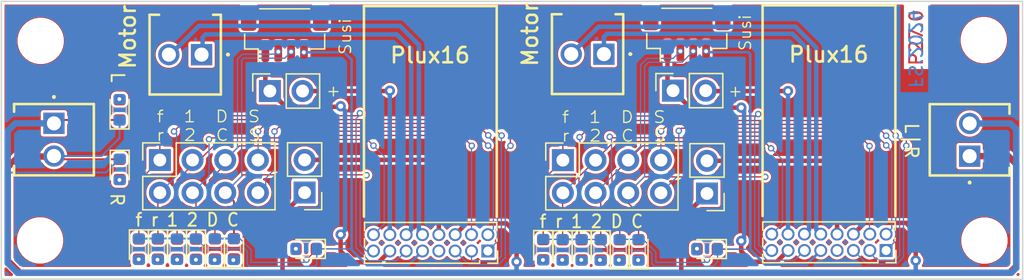
<source format=kicad_pcb>
(kicad_pcb (version 20171130) (host pcbnew "(5.1.12)-1")
  (title_block (title "RTB P24 Adapter Module") (date 2024-11-19) (rev 0) (company "Frank Schumacher") (comment 1 "Next18 testing adapter") (comment 4 "Licensed under the Apache License, Version 2"))
  (layers (0 F.Cu signal) (31 B.Cu signal) (34 B.Paste user hide) (35 F.Paste user hide) (36 B.SilkS user) (37 F.SilkS user) (38 B.Mask user hide) (39 F.Mask user hide) (44 Edge.Cuts user))
  (net 0 "")
  (net 1 "Net-(D1-Pad2)")
  (net 2 "Net-(D2-Pad2)")
  (net 3 "Net-(D3-Pad2)")
  (net 4 "Net-(D6-Pad2)")
  (net 5 "Net-(D7-Pad2)")
  (net 6 "Net-(D8-Pad2)")
  (net 7 "Net-(D9-Pad2)")
  (net 8 "Net-(D10-Pad2)")
  (net 9 "Net-(D11-Pad2)")
  (net 10 F0_r.a)
  (net 11 F0_f.a)
  (net 12 U+.a)
  (net 13 GND.a)
  (net 14 Mot-.a)
  (net 15 Mot+.a)
  (net 16 "Net-(D4-Pad2)")
  (net 17 Aux1.a)
  (net 18 "Net-(D5-Pad2)")
  (net 19 Aux2.a)
  (net 20 "Net-(D12-Pad1)")
  (net 21 "Net-(D13-Pad1)")
  (net 22 "Net-(D16-Pad1)")
  (net 23 "Net-(D17-Pad1)")
  (net 24 F0_r.b)
  (net 25 F0_f.b)
  (net 26 Aux1.b)
  (net 27 Aux2.b)
  (net 28 U+.b)
  (net 29 GND.b)
  (net 30 Mot-.b)
  (net 31 Mot+.b)
  (net 32 "Net-(D10-Pad1)")
  (net 33 "Net-(D11-Pad1)")
  (net 34 "Net-(D20-Pad2)")
  (net 35 "Net-(J2-Pad8)")
  (net 36 Dat.b)
  (net 37 Clk.b)
  (net 38 Dat.a)
  (net 39 Clk.a)
  (net 40 LSB.b)
  (net 41 LSA.b)
  (net 42 Cap+.b)
  (net 43 LSB.a)
  (net 44 LSA.a)
  (net 45 Cap+.a)
  (net 46 "Net-(J4-Pad8)")
  (module Connector_JST:JST_SH_BM04B-SRSS-TB_1x04-1MP_P1.00mm_Vertical (layer F.Cu) (at 103.53 78.03)
    (fp_text reference J14 hide)
    (fp_text value Conn_01x04)
    (pad MP smd roundrect (at 2.8 -1.2) (size 1.2 1.8) (layers F.Cu F.Paste F.Mask) (roundrect_rratio 0.208333))
    (pad MP smd roundrect (at -2.8 -1.2) (size 1.2 1.8) (layers F.Cu F.Paste F.Mask) (roundrect_rratio 0.208333))
    (pad 4 smd roundrect (at 1.5 1.325) (size 0.6 1.55) (layers F.Cu F.Paste F.Mask) (net 12 U+.a))
    (pad 3 smd roundrect (at 0.5 1.325) (size 0.6 1.55) (layers F.Cu F.Paste F.Mask) (net 39 Clk.a))
    (pad 2 smd roundrect (at -0.5 1.325) (size 0.6 1.55) (layers F.Cu F.Paste F.Mask) (net 38 Dat.a))
    (pad 1 smd roundrect (at -1.5 1.325) (size 0.6 1.55) (layers F.Cu F.Paste F.Mask) (net 13 GND.a))
  )
  (module Connector_JST:JST_SH_BM04B-SRSS-TB_1x04-1MP_P1.00mm_Vertical (layer F.Cu) (at 134.78 77.99)
    (fp_text reference J13)
    (fp_text value Conn_01x04)
    (pad MP smd roundrect (at 2.8 -1.2) (size 1.2 1.8) (layers F.Cu F.Paste F.Mask) (roundrect_rratio 0.208333))
    (pad MP smd roundrect (at -2.8 -1.2) (size 1.2 1.8) (layers F.Cu F.Paste F.Mask) (roundrect_rratio 0.208333))
    (pad 4 smd roundrect (at 1.5 1.325) (size 0.6 1.55) (layers F.Cu F.Paste F.Mask) (net 28 U+.b))
    (pad 3 smd roundrect (at 0.5 1.325) (size 0.6 1.55) (layers F.Cu F.Paste F.Mask) (net 37 Clk.b))
    (pad 2 smd roundrect (at -0.5 1.325) (size 0.6 1.55) (layers F.Cu F.Paste F.Mask) (net 36 Dat.b))
    (pad 1 smd roundrect (at -1.5 1.325) (size 0.6 1.55) (layers F.Cu F.Paste F.Mask) (net 29 GND.b))
  )
  (module Connector_PinSocket_1.27mm:PinSocket_2x08_P1.27mm_Vertical (layer F.Cu) (at 119.32 94.84 270)
    (fp_text reference J4)
    (fp_text value Conn_02x08_Counter_Clockwise)
    (pad 16 thru_hole oval (at -1.27 8.89 270) (size 1 1) (drill 0.7) (layers *.Cu *.Mask) (net 38 Dat.a))
    (pad 15 thru_hole oval (at 0 8.89 270) (size 1 1) (drill 0.7) (layers *.Cu *.Mask) (net 39 Clk.a))
    (pad 14 thru_hole oval (at -1.27 7.62 270) (size 1 1) (drill 0.7) (layers *.Cu *.Mask) (net 45 Cap+.a))
    (pad 13 thru_hole oval (at 0 7.62 270) (size 1 1) (drill 0.7) (layers *.Cu *.Mask) (net 13 GND.a))
    (pad 12 thru_hole oval (at -1.27 6.35 270) (size 1 1) (drill 0.7) (layers *.Cu *.Mask) (net 15 Mot+.a))
    (pad 11 thru_hole oval (at 0 6.35 270) (size 1 1) (drill 0.7) (layers *.Cu *.Mask) (net 11 F0_f.a))
    (pad 10 thru_hole oval (at -1.27 5.08 270) (size 1 1) (drill 0.7) (layers *.Cu *.Mask) (net 14 Mot-.a))
    (pad 9 thru_hole oval (at 0 5.08 270) (size 1 1) (drill 0.7) (layers *.Cu *.Mask) (net 12 U+.a))
    (pad 8 thru_hole oval (at -1.27 3.81 270) (size 1 1) (drill 0.7) (layers *.Cu *.Mask) (net 46 "Net-(J4-Pad8)"))
    (pad 7 thru_hole oval (at 0 3.81 270) (size 1 1) (drill 0.7) (layers *.Cu *.Mask))
    (pad 6 thru_hole oval (at -1.27 2.54 270) (size 1 1) (drill 0.7) (layers *.Cu *.Mask) (net 33 "Net-(D11-Pad1)"))
    (pad 5 thru_hole oval (at 0 2.54 270) (size 1 1) (drill 0.7) (layers *.Cu *.Mask) (net 10 F0_r.a))
    (pad 4 thru_hole oval (at -1.27 1.27 270) (size 1 1) (drill 0.7) (layers *.Cu *.Mask) (net 17 Aux1.a))
    (pad 3 thru_hole oval (at 0 1.27 270) (size 1 1) (drill 0.7) (layers *.Cu *.Mask) (net 44 LSA.a))
    (pad 2 thru_hole oval (at -1.27 0 270) (size 1 1) (drill 0.7) (layers *.Cu *.Mask) (net 19 Aux2.a))
    (pad 1 thru_hole rect (at 0 0 270) (size 1 1) (drill 0.7) (layers *.Cu *.Mask) (net 43 LSB.a))
  )
  (module Connector_PinSocket_1.27mm:PinSocket_2x08_P1.27mm_Vertical (layer F.Cu) (at 150.27 94.8 270)
    (fp_text reference J2)
    (fp_text value Conn_02x08_Counter_Clockwise)
    (pad 16 thru_hole oval (at -1.27 8.89 270) (size 1 1) (drill 0.7) (layers *.Cu *.Mask) (net 36 Dat.b))
    (pad 15 thru_hole oval (at 0 8.89 270) (size 1 1) (drill 0.7) (layers *.Cu *.Mask) (net 37 Clk.b))
    (pad 14 thru_hole oval (at -1.27 7.62 270) (size 1 1) (drill 0.7) (layers *.Cu *.Mask) (net 42 Cap+.b))
    (pad 13 thru_hole oval (at 0 7.62 270) (size 1 1) (drill 0.7) (layers *.Cu *.Mask) (net 29 GND.b))
    (pad 12 thru_hole oval (at -1.27 6.35 270) (size 1 1) (drill 0.7) (layers *.Cu *.Mask) (net 31 Mot+.b))
    (pad 11 thru_hole oval (at 0 6.35 270) (size 1 1) (drill 0.7) (layers *.Cu *.Mask) (net 25 F0_f.b))
    (pad 10 thru_hole oval (at -1.27 5.08 270) (size 1 1) (drill 0.7) (layers *.Cu *.Mask) (net 30 Mot-.b))
    (pad 9 thru_hole oval (at 0 5.08 270) (size 1 1) (drill 0.7) (layers *.Cu *.Mask) (net 28 U+.b))
    (pad 8 thru_hole oval (at -1.27 3.81 270) (size 1 1) (drill 0.7) (layers *.Cu *.Mask) (net 35 "Net-(J2-Pad8)"))
    (pad 7 thru_hole oval (at 0 3.81 270) (size 1 1) (drill 0.7) (layers *.Cu *.Mask))
    (pad 6 thru_hole oval (at -1.27 2.54 270) (size 1 1) (drill 0.7) (layers *.Cu *.Mask) (net 33 "Net-(D11-Pad1)"))
    (pad 5 thru_hole oval (at 0 2.54 270) (size 1 1) (drill 0.7) (layers *.Cu *.Mask) (net 24 F0_r.b))
    (pad 4 thru_hole oval (at -1.27 1.27 270) (size 1 1) (drill 0.7) (layers *.Cu *.Mask) (net 26 Aux1.b))
    (pad 3 thru_hole oval (at 0 1.27 270) (size 1 1) (drill 0.7) (layers *.Cu *.Mask) (net 41 LSA.b))
    (pad 2 thru_hole oval (at -1.27 0 270) (size 1 1) (drill 0.7) (layers *.Cu *.Mask) (net 27 Aux2.b))
    (pad 1 thru_hole rect (at 0 0 270) (size 1 1) (drill 0.7) (layers *.Cu *.Mask) (net 40 LSB.b))
  )
  (module Resistor_SMD:R_0603_1608Metric (layer B.Cu) (at 105.2 94.68)
    (fp_text reference R20 hide)
    (fp_text value 10k)
    (pad 2 smd roundrect (at 0.825 0) (size 0.8 0.95) (layers B.Cu B.Paste B.Mask) (net 12 U+.a))
    (pad 1 smd roundrect (at -0.825 0) (size 0.8 0.95) (layers B.Cu B.Paste B.Mask) (net 34 "Net-(D20-Pad2)"))
  )
  (module LED_SMD:LED_0603_1608Metric (layer F.Cu) (at 105.2 94.68 180)
    (fp_text reference D20)
    (fp_text value LED_Small_ALT)
    (pad 2 smd roundrect (at 0.7875 0 180) (size 0.875 0.95) (layers F.Cu F.Paste F.Mask) (net 34 "Net-(D20-Pad2)"))
    (pad 1 smd roundrect (at -0.7875 0 180) (size 0.875 0.95) (layers F.Cu F.Paste F.Mask) (net 13 GND.a))
  )
  (module Resistor_SMD:R_0603_1608Metric (layer B.Cu) (at 136.346 94.706)
    (fp_text reference R19 hide)
    (fp_text value 10k)
    (pad 2 smd roundrect (at 0.825 0) (size 0.8 0.95) (layers B.Cu B.Paste B.Mask) (net 28 U+.b))
    (pad 1 smd roundrect (at -0.825 0) (size 0.8 0.95) (layers B.Cu B.Paste B.Mask) (net 1 "Net-(D1-Pad2)"))
  )
  (module LED_SMD:LED_0603_1608Metric (layer F.Cu) (at 136.366 94.686 180)
    (fp_text reference D1 hide)
    (fp_text value LED_Small_ALT)
    (pad 2 smd roundrect (at 0.7875 0 180) (size 0.875 0.95) (layers F.Cu F.Paste F.Mask) (net 1 "Net-(D1-Pad2)"))
    (pad 1 smd roundrect (at -0.7875 0 180) (size 0.875 0.95) (layers F.Cu F.Paste F.Mask) (net 29 GND.b))
  )
  (module Resistor_SMD:R_0603_1608Metric (layer B.Cu) (at 99.58 94.71 90)
    (fp_text reference R16 hide)
    (fp_text value 2.2k)
    (pad 2 smd roundrect (at 0.825 0 90) (size 0.8 0.95) (layers B.Cu B.Paste B.Mask) (net 13 GND.a))
    (pad 1 smd roundrect (at -0.825 0 90) (size 0.8 0.95) (layers B.Cu B.Paste B.Mask) (net 23 "Net-(D17-Pad1)"))
  )
  (module Resistor_SMD:R_0603_1608Metric (layer B.Cu) (at 98.1 94.7 90)
    (fp_text reference R15 hide)
    (fp_text value 2.2k)
    (pad 2 smd roundrect (at 0.825 0 90) (size 0.8 0.95) (layers B.Cu B.Paste B.Mask) (net 13 GND.a))
    (pad 1 smd roundrect (at -0.825 0 90) (size 0.8 0.95) (layers B.Cu B.Paste B.Mask) (net 22 "Net-(D16-Pad1)"))
  )
  (module Resistor_SMD:R_0603_1608Metric (layer B.Cu) (at 96.63 94.69 90)
    (fp_text reference R6 hide)
    (fp_text value 10k)
    (pad 2 smd roundrect (at 0.825 0 90) (size 0.8 0.95) (layers B.Cu B.Paste B.Mask) (net 12 U+.a))
    (pad 1 smd roundrect (at -0.825 0 90) (size 0.8 0.95) (layers B.Cu B.Paste B.Mask) (net 5 "Net-(D7-Pad2)"))
  )
  (module Resistor_SMD:R_0603_1608Metric (layer B.Cu) (at 95.15 94.7 90)
    (fp_text reference R5 hide)
    (fp_text value 10k)
    (pad 2 smd roundrect (at 0.825 0 90) (size 0.8 0.95) (layers B.Cu B.Paste B.Mask) (net 12 U+.a))
    (pad 1 smd roundrect (at -0.825 0 90) (size 0.8 0.95) (layers B.Cu B.Paste B.Mask) (net 4 "Net-(D6-Pad2)"))
  )
  (module Connector_PinSocket_2.54mm:PinSocket_1x02_P2.54mm_Vertical (layer F.Cu) (at 102.38 82.41 90)
    (fp_text reference J7 hide)
    (fp_text value Conn_01x03_Male)
    (pad 2 thru_hole oval (at 0 2.54 90) (size 1.7 1.7) (drill 1) (layers *.Cu *.Mask) (net 45 Cap+.a))
    (pad 1 thru_hole rect (at 0 0 90) (size 1.7 1.7) (drill 1) (layers *.Cu *.Mask) (net 13 GND.a))
  )
  (module Connector_PinSocket_2.54mm:PinSocket_2x04_P2.54mm_Vertical (layer F.Cu) (at 93.83 87.77 90)
    (fp_text reference J6 hide)
    (fp_text value Conn_01x08)
    (pad 8 thru_hole oval (at -2.54 7.62 90) (size 1.7 1.7) (drill 1) (layers *.Cu *.Mask) (net 43 LSB.a))
    (pad 7 thru_hole oval (at 0 7.62 90) (size 1.7 1.7) (drill 1) (layers *.Cu *.Mask) (net 44 LSA.a))
    (pad 6 thru_hole oval (at -2.54 5.08 90) (size 1.7 1.7) (drill 1) (layers *.Cu *.Mask) (net 39 Clk.a))
    (pad 5 thru_hole oval (at 0 5.08 90) (size 1.7 1.7) (drill 1) (layers *.Cu *.Mask) (net 38 Dat.a))
    (pad 4 thru_hole oval (at -2.54 2.54 90) (size 1.7 1.7) (drill 1) (layers *.Cu *.Mask) (net 19 Aux2.a))
    (pad 3 thru_hole oval (at 0 2.54 90) (size 1.7 1.7) (drill 1) (layers *.Cu *.Mask) (net 17 Aux1.a))
    (pad 2 thru_hole oval (at -2.54 0 90) (size 1.7 1.7) (drill 1) (layers *.Cu *.Mask) (net 10 F0_r.a))
    (pad 1 thru_hole rect (at 0 0 90) (size 1.7 1.7) (drill 1) (layers *.Cu *.Mask) (net 11 F0_f.a))
  )
  (module LED_SMD:LED_0603_1608Metric (layer F.Cu) (at 99.59 94.67 90)
    (fp_text reference D17 hide)
    (fp_text value LED_Small_ALT)
    (pad 2 smd roundrect (at 0.7875 0 90) (size 0.875 0.95) (layers F.Cu F.Paste F.Mask) (net 39 Clk.a))
    (pad 1 smd roundrect (at -0.7875 0 90) (size 0.875 0.95) (layers F.Cu F.Paste F.Mask) (net 23 "Net-(D17-Pad1)"))
  )
  (module LED_SMD:LED_0603_1608Metric (layer F.Cu) (at 98.11 94.68 90)
    (fp_text reference D16 hide)
    (fp_text value LED_Small_ALT)
    (pad 2 smd roundrect (at 0.7875 0 90) (size 0.875 0.95) (layers F.Cu F.Paste F.Mask) (net 38 Dat.a))
    (pad 1 smd roundrect (at -0.7875 0 90) (size 0.875 0.95) (layers F.Cu F.Paste F.Mask) (net 22 "Net-(D16-Pad1)"))
  )
  (module LED_SMD:LED_0603_1608Metric (layer F.Cu) (at 96.64 94.7 270)
    (fp_text reference D7 hide)
    (fp_text value LED_Small_ALT)
    (pad 2 smd roundrect (at 0.7875 0 270) (size 0.875 0.95) (layers F.Cu F.Paste F.Mask) (net 5 "Net-(D7-Pad2)"))
    (pad 1 smd roundrect (at -0.7875 0 270) (size 0.875 0.95) (layers F.Cu F.Paste F.Mask) (net 19 Aux2.a))
  )
  (module LED_SMD:LED_0603_1608Metric (layer F.Cu) (at 95.17 94.7 270)
    (fp_text reference D6 hide)
    (fp_text value LED_Small_ALT)
    (pad 2 smd roundrect (at 0.7875 0 270) (size 0.875 0.95) (layers F.Cu F.Paste F.Mask) (net 4 "Net-(D6-Pad2)"))
    (pad 1 smd roundrect (at -0.7875 0 270) (size 0.875 0.95) (layers F.Cu F.Paste F.Mask) (net 17 Aux1.a))
  )
  (module Connector_PinSocket_2.54mm:PinSocket_1x02_P2.54mm_Vertical (layer F.Cu) (at 133.71 82.38 90)
    (fp_text reference J3 hide)
    (fp_text value Conn_01x03_Male)
    (pad 2 thru_hole oval (at 0 2.54 90) (size 1.7 1.7) (drill 1) (layers *.Cu *.Mask) (net 42 Cap+.b))
    (pad 1 thru_hole rect (at 0 0 90) (size 1.7 1.7) (drill 1) (layers *.Cu *.Mask) (net 29 GND.b))
  )
  (module Connector_PinSocket_2.54mm:PinSocket_2x04_P2.54mm_Vertical (layer F.Cu) (at 125.15 87.78 90)
    (fp_text reference J1 hide)
    (fp_text value Conn_01x08)
    (pad 8 thru_hole oval (at -2.54 7.62 90) (size 1.7 1.7) (drill 1) (layers *.Cu *.Mask) (net 40 LSB.b))
    (pad 7 thru_hole oval (at 0 7.62 90) (size 1.7 1.7) (drill 1) (layers *.Cu *.Mask) (net 41 LSA.b))
    (pad 6 thru_hole oval (at -2.54 5.08 90) (size 1.7 1.7) (drill 1) (layers *.Cu *.Mask) (net 37 Clk.b))
    (pad 5 thru_hole oval (at 0 5.08 90) (size 1.7 1.7) (drill 1) (layers *.Cu *.Mask) (net 36 Dat.b))
    (pad 4 thru_hole oval (at -2.54 2.54 90) (size 1.7 1.7) (drill 1) (layers *.Cu *.Mask) (net 27 Aux2.b))
    (pad 3 thru_hole oval (at 0 2.54 90) (size 1.7 1.7) (drill 1) (layers *.Cu *.Mask) (net 26 Aux1.b))
    (pad 2 thru_hole oval (at -2.54 0 90) (size 1.7 1.7) (drill 1) (layers *.Cu *.Mask) (net 24 F0_r.b))
    (pad 1 thru_hole rect (at 0 0 90) (size 1.7 1.7) (drill 1) (layers *.Cu *.Mask) (net 25 F0_f.b))
  )
  (module Connector_PinHeader_2.54mm:PinHeader_1x02_P2.54mm_Vertical (layer F.Cu) (at 136.35 90.37 180)
    (fp_text reference J8 hide)
    (fp_text value Conn_01x02)
    (pad 2 thru_hole oval (at 0 2.54 180) (size 1.7 1.7) (drill 1) (layers *.Cu *.Mask) (net 35 "Net-(J2-Pad8)"))
    (pad 1 thru_hole rect (at 0 0 180) (size 1.7 1.7) (drill 1) (layers *.Cu *.Mask) (net 32 "Net-(D10-Pad1)"))
  )
  (module RTB:1725656 (layer F.Cu) (at 97.07 79.58 180)
    (fp_text reference J12 hide)
    (fp_text value Conn_01x03_Male hide)
    (pad 2 thru_hole circle (at 2.54 0 180) (size 1.65 1.65) (drill 1.1) (layers *.Cu *.Mask) (net 14 Mot-.a))
    (pad 1 thru_hole rect (at 0 0 180) (size 1.65 1.65) (drill 1.1) (layers *.Cu *.Mask) (net 15 Mot+.a))
  )
  (module RTB:1725656 (layer F.Cu) (at 128.34 79.54 180)
    (fp_text reference J11 hide)
    (fp_text value Conn_01x03_Male hide)
    (pad 2 thru_hole circle (at 2.54 0 180) (size 1.65 1.65) (drill 1.1) (layers *.Cu *.Mask) (net 30 Mot-.b))
    (pad 1 thru_hole rect (at 0 0 180) (size 1.65 1.65) (drill 1.1) (layers *.Cu *.Mask) (net 31 Mot+.b))
  )
  (module Resistor_SMD:R_0603_1608Metric (layer B.Cu) (at 131.03 94.76 90)
    (fp_text reference R12 hide)
    (fp_text value 2.2k)
    (pad 2 smd roundrect (at 0.825 0 90) (size 0.8 0.95) (layers B.Cu B.Paste B.Mask) (net 29 GND.b))
    (pad 1 smd roundrect (at -0.825 0 90) (size 0.8 0.95) (layers B.Cu B.Paste B.Mask) (net 21 "Net-(D13-Pad1)"))
  )
  (module Resistor_SMD:R_0603_1608Metric (layer B.Cu) (at 129.56 94.77 90)
    (fp_text reference R11 hide)
    (fp_text value 2.2k)
    (pad 2 smd roundrect (at 0.825 0 90) (size 0.8 0.95) (layers B.Cu B.Paste B.Mask) (net 29 GND.b))
    (pad 1 smd roundrect (at -0.825 0 90) (size 0.8 0.95) (layers B.Cu B.Paste B.Mask) (net 20 "Net-(D12-Pad1)"))
  )
  (module Resistor_SMD:R_0603_1608Metric (layer B.Cu) (at 128.09 94.77 90)
    (fp_text reference R4 hide)
    (fp_text value 10k)
    (pad 2 smd roundrect (at 0.825 0 90) (size 0.8 0.95) (layers B.Cu B.Paste B.Mask) (net 28 U+.b))
    (pad 1 smd roundrect (at -0.825 0 90) (size 0.8 0.95) (layers B.Cu B.Paste B.Mask) (net 18 "Net-(D5-Pad2)"))
  )
  (module Resistor_SMD:R_0603_1608Metric (layer B.Cu) (at 126.61 94.76 90)
    (fp_text reference R3 hide)
    (fp_text value 10k)
    (pad 2 smd roundrect (at 0.825 0 90) (size 0.8 0.95) (layers B.Cu B.Paste B.Mask) (net 28 U+.b))
    (pad 1 smd roundrect (at -0.825 0 90) (size 0.8 0.95) (layers B.Cu B.Paste B.Mask) (net 16 "Net-(D4-Pad2)"))
  )
  (module LED_SMD:LED_0603_1608Metric (layer F.Cu) (at 131.03 94.75 90)
    (fp_text reference D13 hide)
    (fp_text value LED_Small_ALT)
    (pad 2 smd roundrect (at 0.7875 0 90) (size 0.875 0.95) (layers F.Cu F.Paste F.Mask) (net 37 Clk.b))
    (pad 1 smd roundrect (at -0.7875 0 90) (size 0.875 0.95) (layers F.Cu F.Paste F.Mask) (net 21 "Net-(D13-Pad1)"))
  )
  (module LED_SMD:LED_0603_1608Metric (layer F.Cu) (at 129.57 94.75 90)
    (fp_text reference D12 hide)
    (fp_text value LED_Small_ALT)
    (pad 2 smd roundrect (at 0.7875 0 90) (size 0.875 0.95) (layers F.Cu F.Paste F.Mask) (net 36 Dat.b))
    (pad 1 smd roundrect (at -0.7875 0 90) (size 0.875 0.95) (layers F.Cu F.Paste F.Mask) (net 20 "Net-(D12-Pad1)"))
  )
  (module LED_SMD:LED_0603_1608Metric (layer F.Cu) (at 128.09 94.75 270)
    (fp_text reference D5 hide)
    (fp_text value LED_Small_ALT)
    (pad 2 smd roundrect (at 0.7875 0 270) (size 0.875 0.95) (layers F.Cu F.Paste F.Mask) (net 18 "Net-(D5-Pad2)"))
    (pad 1 smd roundrect (at -0.7875 0 270) (size 0.875 0.95) (layers F.Cu F.Paste F.Mask) (net 27 Aux2.b))
  )
  (module LED_SMD:LED_0603_1608Metric (layer F.Cu) (at 126.61 94.75 270)
    (fp_text reference D4 hide)
    (fp_text value LED_Small_ALT)
    (pad 2 smd roundrect (at 0.7875 0 270) (size 0.875 0.95) (layers F.Cu F.Paste F.Mask) (net 16 "Net-(D4-Pad2)"))
    (pad 1 smd roundrect (at -0.7875 0 270) (size 0.875 0.95) (layers F.Cu F.Paste F.Mask) (net 26 Aux1.b))
  )
  (module Resistor_SMD:R_0603_1608Metric (layer B.Cu) (at 90.7 83.87 270)
    (fp_text reference R10 hide)
    (fp_text value 10k)
    (pad 2 smd roundrect (at 0.825 0 270) (size 0.8 0.95) (layers B.Cu B.Paste B.Mask) (net 32 "Net-(D10-Pad1)"))
    (pad 1 smd roundrect (at -0.825 0 270) (size 0.8 0.95) (layers B.Cu B.Paste B.Mask) (net 9 "Net-(D11-Pad2)"))
  )
  (module Resistor_SMD:R_0603_1608Metric (layer B.Cu) (at 90.71 88.5 90)
    (fp_text reference R9 hide)
    (fp_text value 10k)
    (pad 2 smd roundrect (at 0.825 0 90) (size 0.8 0.95) (layers B.Cu B.Paste B.Mask) (net 33 "Net-(D11-Pad1)"))
    (pad 1 smd roundrect (at -0.825 0 90) (size 0.8 0.95) (layers B.Cu B.Paste B.Mask) (net 8 "Net-(D10-Pad2)"))
  )
  (module LED_SMD:LED_0603_1608Metric (layer F.Cu) (at 90.7 83.87 90)
    (fp_text reference D11 hide)
    (fp_text value LED_Small_ALT)
    (pad 2 smd roundrect (at 0.7875 0 90) (size 0.875 0.95) (layers F.Cu F.Paste F.Mask) (net 9 "Net-(D11-Pad2)"))
    (pad 1 smd roundrect (at -0.7875 0 90) (size 0.875 0.95) (layers F.Cu F.Paste F.Mask) (net 33 "Net-(D11-Pad1)"))
  )
  (module LED_SMD:LED_0603_1608Metric (layer F.Cu) (at 90.71 88.5 270)
    (fp_text reference D10 hide)
    (fp_text value LED_Small_ALT)
    (pad 2 smd roundrect (at 0.7875 0 270) (size 0.875 0.95) (layers F.Cu F.Paste F.Mask) (net 8 "Net-(D10-Pad2)"))
    (pad 1 smd roundrect (at -0.7875 0 270) (size 0.875 0.95) (layers F.Cu F.Paste F.Mask) (net 32 "Net-(D10-Pad1)"))
  )
  (module Resistor_SMD:R_0603_1608Metric (layer B.Cu) (at 92.2 94.7 90)
    (fp_text reference R8 hide)
    (fp_text value 10k)
    (pad 2 smd roundrect (at 0.825 0 90) (size 0.8 0.95) (layers B.Cu B.Paste B.Mask) (net 12 U+.a))
    (pad 1 smd roundrect (at -0.825 0 90) (size 0.8 0.95) (layers B.Cu B.Paste B.Mask) (net 7 "Net-(D9-Pad2)"))
  )
  (module Resistor_SMD:R_0603_1608Metric (layer B.Cu) (at 93.67 94.69 90)
    (fp_text reference R7 hide)
    (fp_text value 10k)
    (pad 2 smd roundrect (at 0.825 0 90) (size 0.8 0.95) (layers B.Cu B.Paste B.Mask) (net 12 U+.a))
    (pad 1 smd roundrect (at -0.825 0 90) (size 0.8 0.95) (layers B.Cu B.Paste B.Mask) (net 6 "Net-(D8-Pad2)"))
  )
  (module Resistor_SMD:R_0603_1608Metric (layer B.Cu) (at 123.62 94.74 90)
    (fp_text reference R2 hide)
    (fp_text value 10k)
    (pad 2 smd roundrect (at 0.825 0 90) (size 0.8 0.95) (layers B.Cu B.Paste B.Mask) (net 28 U+.b))
    (pad 1 smd roundrect (at -0.825 0 90) (size 0.8 0.95) (layers B.Cu B.Paste B.Mask) (net 3 "Net-(D3-Pad2)"))
  )
  (module Resistor_SMD:R_0603_1608Metric (layer B.Cu) (at 125.13 94.76 90)
    (fp_text reference R1 hide)
    (fp_text value 10k)
    (pad 2 smd roundrect (at 0.825 0 90) (size 0.8 0.95) (layers B.Cu B.Paste B.Mask) (net 28 U+.b))
    (pad 1 smd roundrect (at -0.825 0 90) (size 0.8 0.95) (layers B.Cu B.Paste B.Mask) (net 2 "Net-(D2-Pad2)"))
  )
  (module Connector_PinHeader_2.54mm:PinHeader_1x02_P2.54mm_Vertical (layer F.Cu) (at 105.08 90.3 180)
    (fp_text reference J5 hide)
    (fp_text value Conn_01x02)
    (pad 2 thru_hole oval (at 0 2.54 180) (size 1.7 1.7) (drill 1) (layers *.Cu *.Mask) (net 46 "Net-(J4-Pad8)"))
    (pad 1 thru_hole rect (at 0 0 180) (size 1.7 1.7) (drill 1) (layers *.Cu *.Mask) (net 32 "Net-(D10-Pad1)"))
  )
  (module LED_SMD:LED_0603_1608Metric (layer F.Cu) (at 92.2 94.69 270)
    (fp_text reference D9 hide)
    (fp_text value LED_Small_ALT)
    (pad 2 smd roundrect (at 0.7875 0 270) (size 0.875 0.95) (layers F.Cu F.Paste F.Mask) (net 7 "Net-(D9-Pad2)"))
    (pad 1 smd roundrect (at -0.7875 0 270) (size 0.875 0.95) (layers F.Cu F.Paste F.Mask) (net 11 F0_f.a))
  )
  (module LED_SMD:LED_0603_1608Metric (layer F.Cu) (at 93.68 94.69 270)
    (fp_text reference D8 hide)
    (fp_text value LED_Small_ALT)
    (pad 2 smd roundrect (at 0.7875 0 270) (size 0.875 0.95) (layers F.Cu F.Paste F.Mask) (net 6 "Net-(D8-Pad2)"))
    (pad 1 smd roundrect (at -0.7875 0 270) (size 0.875 0.95) (layers F.Cu F.Paste F.Mask) (net 10 F0_r.a))
  )
  (module LED_SMD:LED_0603_1608Metric (layer F.Cu) (at 123.62 94.74 270)
    (fp_text reference D3 hide)
    (fp_text value LED_Small_ALT)
    (pad 2 smd roundrect (at 0.7875 0 270) (size 0.875 0.95) (layers F.Cu F.Paste F.Mask) (net 3 "Net-(D3-Pad2)"))
    (pad 1 smd roundrect (at -0.7875 0 270) (size 0.875 0.95) (layers F.Cu F.Paste F.Mask) (net 25 F0_f.b))
  )
  (module LED_SMD:LED_0603_1608Metric (layer F.Cu) (at 125.13 94.75 270)
    (fp_text reference D2 hide)
    (fp_text value LED_Small_ALT)
    (pad 2 smd roundrect (at 0.7875 0 270) (size 0.875 0.95) (layers F.Cu F.Paste F.Mask) (net 2 "Net-(D2-Pad2)"))
    (pad 1 smd roundrect (at -0.7875 0 270) (size 0.875 0.95) (layers F.Cu F.Paste F.Mask) (net 24 F0_r.b))
  )
  (module RTB:1725656 (layer F.Cu) (at 85.6 84.92 270)
    (fp_text reference J10 hide)
    (fp_text value DCC hide)
    (pad 2 thru_hole circle (at 2.54 0 270) (size 1.65 1.65) (drill 1.1) (layers *.Cu *.Mask) (net 32 "Net-(D10-Pad1)"))
    (pad 1 thru_hole rect (at 0 0 270) (size 1.65 1.65) (drill 1.1) (layers *.Cu *.Mask) (net 33 "Net-(D11-Pad1)"))
  )
  (module RTB:1725656 (layer F.Cu) (at 156.76 87.47 90)
    (fp_text reference J9 hide)
    (fp_text value DCC hide)
    (pad 2 thru_hole circle (at 2.54 0 90) (size 1.65 1.65) (drill 1.1) (layers *.Cu *.Mask) (net 33 "Net-(D11-Pad1)"))
    (pad 1 thru_hole rect (at 0 0 90) (size 1.65 1.65) (drill 1.1) (layers *.Cu *.Mask) (net 32 "Net-(D10-Pad1)"))
  )
  (module MountingHole:MountingHole_3.2mm_M3_DIN965 (layer F.Cu) (at 84.5693 78.5114)
    (fp_text reference H1 hide)
    (fp_text value MountingHole)
    (pad 1 np_thru_hole circle (at 0 0) (size 3.2 3.2) (drill 3.2) (layers *.Cu *.Mask))
  )
  (module MountingHole:MountingHole_3.2mm_M3_DIN965 (layer F.Cu) (at 157.861 78.4479)
    (fp_text reference H3 hide)
    (fp_text value MountingHole)
    (pad 1 np_thru_hole circle (at 0 0) (size 3.2 3.2) (drill 3.2) (layers *.Cu *.Mask))
  )
  (module MountingHole:MountingHole_3.2mm_M3_DIN965 (layer F.Cu) (at 157.9118 94.0308)
    (fp_text reference H4 hide)
    (fp_text value MountingHole)
    (pad 1 np_thru_hole circle (at 0 0) (size 3.2 3.2) (drill 3.2) (layers *.Cu *.Mask))
  )
  (module MountingHole:MountingHole_3.2mm_M3_DIN965 (layer F.Cu) (at 84.5185 94.0181)
    (fp_text reference H2 hide)
    (fp_text value MountingHole)
    (pad 1 np_thru_hole circle (at 0 0) (size 3.2 3.2) (drill 3.2) (layers *.Cu *.Mask))
  )
  (gr_text Susi (at 139.32 77.87 90) (layer F.SilkS) (effects (font (size 0.9 0.9) (thickness 0.1))))
  (gr_text Susi (at 108.24 78.17 90) (layer F.SilkS) (effects (font (size 0.9 0.9) (thickness 0.1))))
  (gr_text Plux16 (at 145.81 79.57) (layer F.SilkS) (effects (font (size 1.2 1.2) (thickness 0.2))))
  (gr_line (start 140.67 92.12) (end 140.67 75.75) (layer F.SilkS) (width 0.2))
  (gr_line (start 140.67 75.75) (end 150.99 75.75) (layer F.SilkS) (width 0.2))
  (gr_line (start 150.99 75.75) (end 150.99 92.13) (layer F.SilkS) (width 0.2))
  (gr_text Plux16 (at 114.83 79.63) (layer F.SilkS) (effects (font (size 1.2 1.2) (thickness 0.2))))
  (gr_line (start 120.01 75.81) (end 120.01 92.17) (layer F.SilkS) (width 0.2))
  (gr_line (start 109.69 75.81) (end 120.01 75.81) (layer F.SilkS) (width 0.2))
  (gr_line (start 109.69 92.17) (end 109.69 75.81) (layer F.SilkS) (width 0.2))
  (gr_text "f r 1 2 D C" (at 95.95 92.42) (layer F.SilkS) (effects (font (size 1 0.9))))
  (gr_text "f  1  D  S\nr  2  C  S" (at 97.6 85.11) (layer F.SilkS) (effects (font (size 0.9 1) (thickness 0.1))))
  (gr_text + (at 107.25 82.45 90) (layer F.SilkS) (effects (font (size 0.9 0.9) (thickness 0.1))))
  (gr_text Motor (at 91.34 78.2 90) (layer F.SilkS) (effects (font (size 1.2 1.2) (thickness 0.2))))
  (gr_text + (at 138.56 82.4) (layer F.SilkS) (effects (font (size 0.9 0.9) (thickness 0.1))))
  (gr_text "f  1  D  S\nr  2  C  S" (at 129.1 85.16) (layer F.SilkS) (effects (font (size 0.9 1) (thickness 0.1))))
  (gr_text "f r 1 2 D C" (at 127.36 92.54) (layer F.SilkS) (effects (font (size 1 0.9))))
  (gr_text R (at 90.51 90.84 -90) (layer F.SilkS) (effects (font (size 1 1))))
  (gr_text L (at 90.54 81.34 -90) (layer F.SilkS) (effects (font (size 1 1))))
  (gr_text Motor (at 122.6 78 90) (layer F.SilkS) (effects (font (size 1.2 1.2) (thickness 0.2))))
  (gr_text L|R (at 152.25 86.27 -90) (layer F.SilkS) (effects (font (size 1 1))))
  (gr_text P27.0 (at 152.61 78.26 90) (layer F.Cu) (effects (font (size 1 1))))
  (gr_text FS'2024 (at 152.53 79.12 270) (layer B.Cu) (effects (font (size 1 1)) (justify mirror)))
  (gr_line (start 160.8709 75.438) (end 160.8836 97.028) (layer Edge.Cuts) (width 0.1))
  (gr_line (start 81.5086 75.438) (end 160.8709 75.438) (layer Edge.Cuts) (width 0.1))
  (gr_line (start 81.5086 97.028) (end 81.5086 75.438) (layer Edge.Cuts) (width 0.1))
  (gr_line (start 160.8836 97.028) (end 81.5086 97.028) (layer Edge.Cuts) (width 0.1))
  (via (at 135.57 94.66) (size 0.5) (drill 0.3) (layers F.Cu B.Cu) (net 1))
  (via (at 125.1 95.53) (size 0.6) (drill 0.3) (layers F.Cu B.Cu) (net 2))
  (via (at 123.6 95.54) (size 0.6) (drill 0.3) (layers F.Cu B.Cu) (net 3))
  (via (at 95.17 95.52) (size 0.5) (drill 0.3) (layers F.Cu B.Cu) (net 4))
  (via (at 96.63 95.52) (size 0.5) (drill 0.3) (layers F.Cu B.Cu) (net 5))
  (via (at 93.64 95.52) (size 0.6) (drill 0.3) (layers F.Cu B.Cu) (net 6))
  (via (at 92.19 95.49) (size 0.6) (drill 0.3) (layers F.Cu B.Cu) (net 7))
  (via (at 90.69 89.32) (size 0.6) (drill 0.3) (layers F.Cu B.Cu) (net 8))
  (via (at 90.68 83.04) (size 0.6) (drill 0.3) (layers F.Cu B.Cu) (net 9))
  (segment (start 93.68 90.46) (end 93.83 90.31) (width 0.1) (layer F.Cu) (net 10))
  (segment (start 93.68 93.9025) (end 93.68 90.46) (width 0.1) (layer F.Cu) (net 10))
  (via (at 94.930001 85.549999) (size 0.5) (drill 0.3) (layers F.Cu B.Cu) (net 10))
  (segment (start 120.670021 87.069979) (end 121.08 86.66) (width 0.1) (layer B.Cu) (net 10))
  (segment (start 120.670021 95.364259) (end 120.670021 87.069979) (width 0.1) (layer B.Cu) (net 10))
  (segment (start 120.14427 95.89001) (end 120.670021 95.364259) (width 0.1) (layer B.Cu) (net 10))
  (segment (start 117.830011 95.890011) (end 120.14427 95.89001) (width 0.1) (layer B.Cu) (net 10))
  (segment (start 116.78 94.84) (end 117.830011 95.890011) (width 0.1) (layer B.Cu) (net 10))
  (segment (start 121.08 86.66) (end 121.08 86.66) (width 0.1) (layer B.Cu) (net 10))
  (via (at 121.08 86.66) (size 0.5) (drill 0.3) (layers F.Cu B.Cu) (net 10))
  (segment (start 95.13 85.749998) (end 94.930001 85.549999) (width 0.1) (layer B.Cu) (net 10))
  (segment (start 95.13 89.01) (end 95.13 85.749998) (width 0.1) (layer B.Cu) (net 10))
  (segment (start 93.83 90.31) (end 95.13 89.01) (width 0.1) (layer B.Cu) (net 10))
  (segment (start 95.839989 84.630011) (end 94.93 85.54) (width 0.1) (layer F.Cu) (net 10))
  (segment (start 109.304246 84.630011) (end 95.839989 84.630011) (width 0.1) (layer F.Cu) (net 10))
  (segment (start 109.304279 84.629978) (end 109.304246 84.630011) (width 0.1) (layer F.Cu) (net 10))
  (segment (start 119.874978 84.629978) (end 109.304279 84.629978) (width 0.1) (layer F.Cu) (net 10))
  (segment (start 121.07 85.825) (end 119.874978 84.629978) (width 0.1) (layer F.Cu) (net 10))
  (segment (start 121.07 86.65) (end 121.07 85.825) (width 0.1) (layer F.Cu) (net 10))
  (segment (start 121.08 86.66) (end 121.07 86.65) (width 0.1) (layer F.Cu) (net 10))
  (segment (start 92.2 89.4) (end 93.83 87.77) (width 0.1) (layer F.Cu) (net 11))
  (segment (start 92.2 93.9025) (end 92.2 89.4) (width 0.1) (layer F.Cu) (net 11))
  (segment (start 109.379989 84.260011) (end 109.38 84.26) (width 0.1) (layer B.Cu) (net 11))
  (via (at 109.38 84.129978) (size 0.5) (drill 0.3) (layers F.Cu B.Cu) (net 11))
  (segment (start 109.379989 84.129989) (end 109.38 84.129978) (width 0.1) (layer B.Cu) (net 11))
  (segment (start 109.379989 84.260011) (end 109.379989 84.129989) (width 0.1) (layer B.Cu) (net 11))
  (segment (start 109.08 84.56) (end 109.379989 84.260011) (width 0.1) (layer B.Cu) (net 11))
  (segment (start 110.069999 95.590001) (end 109.08 94.600002) (width 0.1) (layer B.Cu) (net 11))
  (segment (start 109.08 94.600002) (end 109.08 84.56) (width 0.1) (layer B.Cu) (net 11))
  (segment (start 112.219999 95.590001) (end 110.069999 95.590001) (width 0.1) (layer B.Cu) (net 11))
  (segment (start 112.97 94.84) (end 112.219999 95.590001) (width 0.1) (layer B.Cu) (net 11))
  (segment (start 93.83 85.87) (end 93.83 87.77) (width 0.1) (layer F.Cu) (net 11))
  (segment (start 95.37 84.33) (end 93.83 85.87) (width 0.1) (layer F.Cu) (net 11))
  (segment (start 109.179978 84.33) (end 95.37 84.33) (width 0.1) (layer F.Cu) (net 11))
  (segment (start 109.38 84.129978) (end 109.179978 84.33) (width 0.1) (layer F.Cu) (net 11))
  (via (at 105.02 79.4) (size 0.5) (drill 0.3) (layers F.Cu B.Cu) (net 12))
  (segment (start 93.66 93.875) (end 93.67 93.865) (width 0.15) (layer B.Cu) (net 12))
  (segment (start 92.2 93.875) (end 93.66 93.875) (width 0.15) (layer B.Cu) (net 12))
  (segment (start 95.14 93.865) (end 95.15 93.875) (width 0.15) (layer B.Cu) (net 12))
  (segment (start 93.67 93.865) (end 95.14 93.865) (width 0.15) (layer B.Cu) (net 12))
  (segment (start 96.62 93.875) (end 96.63 93.865) (width 0.15) (layer B.Cu) (net 12))
  (segment (start 95.15 93.875) (end 96.62 93.875) (width 0.15) (layer B.Cu) (net 12))
  (segment (start 108.73 79.97) (end 108.16 79.4) (width 0.2) (layer B.Cu) (net 12))
  (segment (start 109.925021 95.940011) (end 108.73 94.74499) (width 0.2) (layer B.Cu) (net 12))
  (segment (start 113.139989 95.940011) (end 109.925021 95.940011) (width 0.2) (layer B.Cu) (net 12))
  (segment (start 114.24 94.84) (end 113.139989 95.940011) (width 0.2) (layer B.Cu) (net 12))
  (segment (start 108.16 79.4) (end 105.09 79.4) (width 0.2) (layer B.Cu) (net 12))
  (segment (start 108.67 94.68) (end 108.73 94.62) (width 0.1) (layer B.Cu) (net 12))
  (segment (start 106.025 94.68) (end 108.67 94.68) (width 0.1) (layer B.Cu) (net 12))
  (segment (start 108.73 94.62) (end 108.73 79.97) (width 0.2) (layer B.Cu) (net 12))
  (segment (start 108.73 94.74499) (end 108.73 94.62) (width 0.2) (layer B.Cu) (net 12))
  (segment (start 106.025 95.875) (end 106.025 94.68) (width 0.1) (layer B.Cu) (net 12))
  (segment (start 105.87202 96.02798) (end 106.025 95.875) (width 0.1) (layer B.Cu) (net 12))
  (segment (start 100.77798 96.02798) (end 105.87202 96.02798) (width 0.1) (layer B.Cu) (net 12))
  (segment (start 100.62 95.87) (end 100.77798 96.02798) (width 0.1) (layer B.Cu) (net 12))
  (segment (start 100.4 94.65) (end 100.62 94.87) (width 0.1) (layer B.Cu) (net 12))
  (segment (start 100.62 94.87) (end 100.62 95.87) (width 0.1) (layer B.Cu) (net 12))
  (segment (start 97.415 94.65) (end 100.4 94.65) (width 0.1) (layer B.Cu) (net 12))
  (segment (start 96.63 93.865) (end 97.415 94.65) (width 0.1) (layer B.Cu) (net 12))
  (segment (start 99.57 93.875) (end 99.58 93.885) (width 0.15) (layer B.Cu) (net 13))
  (segment (start 98.1 93.875) (end 99.57 93.875) (width 0.15) (layer B.Cu) (net 13))
  (segment (start 102.03 82.06) (end 102.38 82.41) (width 0.35) (layer F.Cu) (net 13))
  (segment (start 102.03 79.355) (end 102.03 82.06) (width 0.35) (layer F.Cu) (net 13))
  (segment (start 105.01203 95.72797) (end 105.22 95.52) (width 0.1) (layer B.Cu) (net 13))
  (segment (start 100.92001 95.72797) (end 105.01203 95.72797) (width 0.1) (layer B.Cu) (net 13))
  (segment (start 100.92001 94.745732) (end 100.92001 95.72797) (width 0.1) (layer B.Cu) (net 13))
  (segment (start 100.059278 93.885) (end 100.92001 94.745732) (width 0.1) (layer B.Cu) (net 13))
  (segment (start 99.58 93.885) (end 100.059278 93.885) (width 0.1) (layer B.Cu) (net 13))
  (via (at 105.22 95.52) (size 0.5) (drill 0.3) (layers F.Cu B.Cu) (net 13))
  (segment (start 105.9875 94.7525) (end 105.22 95.52) (width 0.1) (layer F.Cu) (net 13))
  (segment (start 105.9875 94.68) (end 105.9875 94.7525) (width 0.1) (layer F.Cu) (net 13))
  (segment (start 108.11 93.55) (end 108.11 93.55) (width 0.35) (layer F.Cu) (net 13))
  (via (at 107.88 93.56) (size 0.8) (drill 0.4) (layers F.Cu B.Cu) (net 13))
  (segment (start 108.735001 95.715001) (end 107.88 94.86) (width 0.35) (layer F.Cu) (net 13))
  (segment (start 110.824999 95.715001) (end 108.735001 95.715001) (width 0.35) (layer F.Cu) (net 13))
  (segment (start 111.7 94.84) (end 110.824999 95.715001) (width 0.35) (layer F.Cu) (net 13))
  (segment (start 107.88 83.59) (end 107.88 83.59) (width 0.35) (layer B.Cu) (net 13))
  (via (at 107.88 83.59) (size 0.8) (drill 0.4) (layers F.Cu B.Cu) (net 13))
  (segment (start 107.834999 83.635001) (end 107.88 83.59) (width 0.35) (layer F.Cu) (net 13))
  (segment (start 103.605001 83.635001) (end 107.834999 83.635001) (width 0.35) (layer F.Cu) (net 13))
  (segment (start 102.38 82.41) (end 103.605001 83.635001) (width 0.35) (layer F.Cu) (net 13))
  (segment (start 107.8 94.68) (end 107.88 94.76) (width 0.1) (layer F.Cu) (net 13))
  (segment (start 105.9875 94.68) (end 107.8 94.68) (width 0.1) (layer F.Cu) (net 13))
  (segment (start 107.88 94.76) (end 107.88 93.56) (width 0.35) (layer F.Cu) (net 13))
  (segment (start 107.88 94.86) (end 107.88 94.76) (width 0.35) (layer F.Cu) (net 13))
  (segment (start 108.22 83.93) (end 107.88 83.59) (width 0.35) (layer B.Cu) (net 13))
  (segment (start 108.22 93.22) (end 108.22 83.93) (width 0.35) (layer B.Cu) (net 13))
  (segment (start 107.88 93.56) (end 108.22 93.22) (width 0.35) (layer B.Cu) (net 13))
  (segment (start 96.87 77.35) (end 94.61 79.61) (width 0.35) (layer B.Cu) (net 14))
  (segment (start 112.49 77.35) (end 96.87 77.35) (width 0.35) (layer B.Cu) (net 14))
  (segment (start 113.96 93.29) (end 113.96 78.82) (width 0.35) (layer B.Cu) (net 14))
  (segment (start 113.96 78.82) (end 112.49 77.35) (width 0.35) (layer B.Cu) (net 14))
  (segment (start 114.24 93.57) (end 113.96 93.29) (width 0.35) (layer B.Cu) (net 14))
  (segment (start 113.36 93.18) (end 112.97 93.57) (width 0.35) (layer B.Cu) (net 15))
  (segment (start 112.24 78.01) (end 113.36 79.13) (width 0.35) (layer B.Cu) (net 15))
  (segment (start 97.39 78.01) (end 112.24 78.01) (width 0.35) (layer B.Cu) (net 15))
  (segment (start 113.36 79.13) (end 113.36 93.18) (width 0.35) (layer B.Cu) (net 15))
  (segment (start 97.15 78.25) (end 97.39 78.01) (width 0.35) (layer B.Cu) (net 15))
  (segment (start 97.15 79.61) (end 97.15 78.25) (width 0.35) (layer B.Cu) (net 15))
  (via (at 126.58 95.53) (size 0.6) (drill 0.3) (layers F.Cu B.Cu) (net 16))
  (segment (start 96.37 88.14) (end 96.37 87.77) (width 0.1) (layer F.Cu) (net 17))
  (segment (start 95.17 89.34) (end 96.37 88.14) (width 0.1) (layer F.Cu) (net 17))
  (segment (start 95.17 93.9125) (end 95.17 89.34) (width 0.1) (layer F.Cu) (net 17))
  (segment (start 118.07 86.66) (end 118.07 86.66) (width 0.1) (layer F.Cu) (net 17))
  (via (at 118.07 86.66) (size 0.5) (drill 0.3) (layers F.Cu B.Cu) (net 17))
  (segment (start 117.27 85.86) (end 103.625722 85.86) (width 0.1) (layer F.Cu) (net 17))
  (segment (start 98.314294 86.369989) (end 96.914283 87.77) (width 0.1) (layer F.Cu) (net 17))
  (segment (start 103.115733 86.369989) (end 98.314294 86.369989) (width 0.1) (layer F.Cu) (net 17))
  (segment (start 103.625722 85.86) (end 103.115733 86.369989) (width 0.1) (layer F.Cu) (net 17))
  (segment (start 118.07 86.66) (end 117.27 85.86) (width 0.1) (layer F.Cu) (net 17))
  (segment (start 96.914283 87.77) (end 96.37 87.77) (width 0.1) (layer F.Cu) (net 17))
  (segment (start 118.05 86.68) (end 118.07 86.66) (width 0.1) (layer B.Cu) (net 17))
  (segment (start 118.05 93.57) (end 118.05 86.68) (width 0.1) (layer B.Cu) (net 17))
  (via (at 128.03 95.54) (size 0.6) (drill 0.3) (layers F.Cu B.Cu) (net 18))
  (segment (start 96.64 90.58) (end 96.37 90.31) (width 0.1) (layer F.Cu) (net 19))
  (segment (start 96.64 93.9125) (end 96.64 90.58) (width 0.1) (layer F.Cu) (net 19))
  (via (at 97.65 86.16) (size 0.5) (drill 0.3) (layers F.Cu B.Cu) (net 19))
  (segment (start 97.65 89.03) (end 97.65 86.16) (width 0.1) (layer B.Cu) (net 19))
  (segment (start 96.37 90.31) (end 97.65 89.03) (width 0.1) (layer B.Cu) (net 19))
  (segment (start 103.531398 85.530044) (end 103.011442 86.05) (width 0.1) (layer F.Cu) (net 19))
  (segment (start 97.76 86.05) (end 97.65 86.16) (width 0.1) (layer F.Cu) (net 19))
  (segment (start 103.011442 86.05) (end 97.76 86.05) (width 0.1) (layer F.Cu) (net 19))
  (segment (start 109.67705 85.530044) (end 103.531398 85.530044) (width 0.1) (layer F.Cu) (net 19))
  (segment (start 118.220011 85.530011) (end 109.677083 85.530011) (width 0.1) (layer F.Cu) (net 19))
  (segment (start 119.34 86.65) (end 119.34 86.65) (width 0.1) (layer F.Cu) (net 19))
  (segment (start 109.677083 85.530011) (end 109.67705 85.530044) (width 0.1) (layer F.Cu) (net 19))
  (segment (start 119.34 86.65) (end 118.220011 85.530011) (width 0.1) (layer F.Cu) (net 19))
  (via (at 119.34 86.65) (size 0.5) (drill 0.3) (layers F.Cu B.Cu) (net 19))
  (segment (start 119.75 87.06) (end 119.34 86.65) (width 0.1) (layer B.Cu) (net 19))
  (segment (start 119.75 93.14) (end 119.75 87.06) (width 0.1) (layer B.Cu) (net 19))
  (segment (start 119.32 93.57) (end 119.75 93.14) (width 0.1) (layer B.Cu) (net 19))
  (via (at 129.5 95.54) (size 0.6) (drill 0.3) (layers F.Cu B.Cu) (net 20))
  (via (at 131 95.55) (size 0.6) (drill 0.3) (layers F.Cu B.Cu) (net 21))
  (via (at 98.09 95.54) (size 0.5) (drill 0.3) (layers F.Cu B.Cu) (net 22))
  (via (at 99.54 95.55) (size 0.5) (drill 0.3) (layers F.Cu B.Cu) (net 23))
  (segment (start 125.13 90.34) (end 125.15 90.32) (width 0.1) (layer F.Cu) (net 24))
  (segment (start 125.13 93.9625) (end 125.13 90.34) (width 0.1) (layer F.Cu) (net 24))
  (segment (start 126.47 89) (end 125.15 90.32) (width 0.1) (layer B.Cu) (net 24))
  (via (at 126.45 85.99) (size 0.5) (drill 0.3) (layers F.Cu B.Cu) (net 24))
  (segment (start 126.47 86.01) (end 126.45 85.99) (width 0.1) (layer B.Cu) (net 24))
  (segment (start 126.47 89) (end 126.47 86.01) (width 0.1) (layer B.Cu) (net 24))
  (via (at 151.84 86.66) (size 0.5) (drill 0.3) (layers F.Cu B.Cu) (net 24))
  (segment (start 151.84 85.959998) (end 151.84 86.66) (width 0.1) (layer F.Cu) (net 24))
  (segment (start 150.579992 84.69999) (end 151.84 85.959998) (width 0.1) (layer F.Cu) (net 24))
  (segment (start 127.74001 84.69999) (end 150.579992 84.69999) (width 0.1) (layer F.Cu) (net 24))
  (segment (start 126.45 85.99) (end 127.74001 84.69999) (width 0.1) (layer F.Cu) (net 24))
  (segment (start 151.84 86.78) (end 151.620021 86.999979) (width 0.1) (layer B.Cu) (net 24))
  (segment (start 151.84 86.66) (end 151.84 86.78) (width 0.1) (layer B.Cu) (net 24))
  (segment (start 148.780011 95.850011) (end 147.73 94.8) (width 0.1) (layer B.Cu) (net 24))
  (segment (start 151.094269 95.850011) (end 148.780011 95.850011) (width 0.1) (layer B.Cu) (net 24))
  (segment (start 151.62002 95.32426) (end 151.094269 95.850011) (width 0.1) (layer B.Cu) (net 24))
  (segment (start 151.620021 86.999979) (end 151.62002 95.32426) (width 0.1) (layer B.Cu) (net 24))
  (segment (start 123.62 89.31) (end 125.15 87.78) (width 0.1) (layer F.Cu) (net 25))
  (segment (start 123.62 93.9525) (end 123.62 89.31) (width 0.1) (layer F.Cu) (net 25))
  (via (at 140.33 84.19999) (size 0.5) (drill 0.3) (layers F.Cu B.Cu) (net 25))
  (segment (start 140.17999 84.35) (end 140.33 84.19999) (width 0.1) (layer F.Cu) (net 25))
  (segment (start 127.349998 84.35) (end 140.17999 84.35) (width 0.1) (layer F.Cu) (net 25))
  (segment (start 125.15 86.549998) (end 127.349998 84.35) (width 0.1) (layer F.Cu) (net 25))
  (segment (start 125.15 87.78) (end 125.15 86.549998) (width 0.1) (layer F.Cu) (net 25))
  (segment (start 140.06 94.590002) (end 140.06 84.46999) (width 0.1) (layer B.Cu) (net 25))
  (segment (start 140.06 84.46999) (end 140.33 84.19999) (width 0.1) (layer B.Cu) (net 25))
  (segment (start 141.019999 95.550001) (end 140.06 94.590002) (width 0.1) (layer B.Cu) (net 25))
  (segment (start 143.169999 95.550001) (end 141.019999 95.550001) (width 0.1) (layer B.Cu) (net 25))
  (segment (start 143.92 94.8) (end 143.169999 95.550001) (width 0.1) (layer B.Cu) (net 25))
  (segment (start 126.4 89.07) (end 127.69 87.78) (width 0.1) (layer F.Cu) (net 26))
  (segment (start 126.4 93.7525) (end 126.4 89.07) (width 0.1) (layer F.Cu) (net 26))
  (segment (start 126.61 93.9625) (end 126.4 93.7525) (width 0.1) (layer F.Cu) (net 26))
  (via (at 148.98 86.68) (size 0.5) (drill 0.3) (layers F.Cu B.Cu) (net 26))
  (segment (start 148.98 93.51) (end 149 93.53) (width 0.1) (layer B.Cu) (net 26))
  (segment (start 148.98 86.68) (end 148.98 93.51) (width 0.1) (layer B.Cu) (net 26))
  (segment (start 134.984282 85.92) (end 148.22 85.92) (width 0.1) (layer F.Cu) (net 26))
  (segment (start 148.22 85.92) (end 148.98 86.68) (width 0.1) (layer F.Cu) (net 26))
  (segment (start 129.129989 86.340011) (end 134.564271 86.340011) (width 0.1) (layer F.Cu) (net 26))
  (segment (start 127.69 87.78) (end 129.129989 86.340011) (width 0.1) (layer F.Cu) (net 26))
  (segment (start 134.564271 86.340011) (end 134.984282 85.92) (width 0.1) (layer F.Cu) (net 26))
  (segment (start 128.09 90.72) (end 127.69 90.32) (width 0.1) (layer F.Cu) (net 27))
  (segment (start 128.09 93.9625) (end 128.09 90.72) (width 0.1) (layer F.Cu) (net 27))
  (via (at 128.791446 85.971446) (size 0.5) (drill 0.3) (layers F.Cu B.Cu) (net 27))
  (via (at 150.28 86.63) (size 0.5) (drill 0.3) (layers F.Cu B.Cu) (net 27))
  (segment (start 128.93 86.11) (end 128.791446 85.971446) (width 0.1) (layer B.Cu) (net 27))
  (segment (start 128.93 89.08) (end 128.93 86.11) (width 0.1) (layer B.Cu) (net 27))
  (segment (start 127.69 90.32) (end 128.93 89.08) (width 0.1) (layer B.Cu) (net 27))
  (segment (start 149.25 85.6) (end 150.28 86.63) (width 0.1) (layer F.Cu) (net 27))
  (segment (start 134.440002 86.04) (end 134.880002 85.6) (width 0.1) (layer F.Cu) (net 27))
  (segment (start 128.86 86.04) (end 134.440002 86.04) (width 0.1) (layer F.Cu) (net 27))
  (segment (start 128.791446 85.971446) (end 128.86 86.04) (width 0.1) (layer F.Cu) (net 27))
  (segment (start 134.880002 85.6) (end 149.25 85.6) (width 0.1) (layer F.Cu) (net 27))
  (segment (start 150.71 93.09) (end 150.27 93.53) (width 0.1) (layer B.Cu) (net 27))
  (segment (start 150.71 87.06) (end 150.71 93.09) (width 0.1) (layer B.Cu) (net 27))
  (segment (start 150.28 86.63) (end 150.71 87.06) (width 0.1) (layer B.Cu) (net 27))
  (segment (start 123.64 93.935) (end 123.62 93.915) (width 0.1) (layer B.Cu) (net 28))
  (segment (start 125.13 93.935) (end 123.64 93.935) (width 0.1) (layer B.Cu) (net 28))
  (segment (start 126.62 93.945) (end 126.61 93.935) (width 0.1) (layer B.Cu) (net 28))
  (segment (start 128.09 93.945) (end 126.62 93.945) (width 0.1) (layer B.Cu) (net 28))
  (segment (start 125.13 93.935) (end 126.61 93.935) (width 0.15) (layer B.Cu) (net 28))
  (segment (start 140.875021 95.900011) (end 139.71 94.73499) (width 0.2) (layer B.Cu) (net 28))
  (segment (start 144.089989 95.900011) (end 140.875021 95.900011) (width 0.2) (layer B.Cu) (net 28))
  (segment (start 145.19 94.8) (end 144.089989 95.900011) (width 0.2) (layer B.Cu) (net 28))
  (segment (start 139.71 94.73499) (end 139.71 79.54) (width 0.2) (layer B.Cu) (net 28))
  (segment (start 139.71 79.54) (end 139.56 79.39) (width 0.2) (layer B.Cu) (net 28))
  (via (at 136.28 79.315) (size 0.5) (drill 0.3) (layers F.Cu B.Cu) (net 28))
  (segment (start 136.355 79.39) (end 136.28 79.315) (width 0.2) (layer B.Cu) (net 28))
  (segment (start 139.56 79.39) (end 136.355 79.39) (width 0.2) (layer B.Cu) (net 28))
  (segment (start 139.68101 94.706) (end 139.71 94.73499) (width 0.1) (layer B.Cu) (net 28))
  (segment (start 137.171 94.706) (end 139.68101 94.706) (width 0.1) (layer B.Cu) (net 28))
  (segment (start 136.83202 96.02798) (end 137.171 95.689) (width 0.1) (layer B.Cu) (net 28))
  (segment (start 132.07 95.84) (end 132.25798 96.02798) (width 0.1) (layer B.Cu) (net 28))
  (segment (start 132.07 95.05) (end 132.07 95.84) (width 0.1) (layer B.Cu) (net 28))
  (segment (start 131.8 94.78) (end 132.07 95.05) (width 0.1) (layer B.Cu) (net 28))
  (segment (start 132.25798 96.02798) (end 136.83202 96.02798) (width 0.1) (layer B.Cu) (net 28))
  (segment (start 128.73 94.78) (end 131.8 94.78) (width 0.1) (layer B.Cu) (net 28))
  (segment (start 128.09 94.14) (end 128.73 94.78) (width 0.1) (layer B.Cu) (net 28))
  (segment (start 137.171 95.689) (end 137.171 94.706) (width 0.1) (layer B.Cu) (net 28))
  (segment (start 128.09 93.945) (end 128.09 94.14) (width 0.1) (layer B.Cu) (net 28))
  (segment (start 131.04 93.925) (end 131.03 93.935) (width 0.1) (layer B.Cu) (net 29))
  (segment (start 129.57 93.935) (end 129.56 93.945) (width 0.1) (layer B.Cu) (net 29))
  (segment (start 131.03 93.935) (end 129.57 93.935) (width 0.1) (layer B.Cu) (net 29))
  (segment (start 133.28 81.95) (end 133.71 82.38) (width 0.35) (layer F.Cu) (net 29))
  (segment (start 133.28 79.315) (end 133.28 81.95) (width 0.35) (layer F.Cu) (net 29))
  (via (at 139.01 83.7) (size 0.8) (drill 0.4) (layers F.Cu B.Cu) (net 29))
  (segment (start 135.03 83.7) (end 139.01 83.7) (width 0.35) (layer F.Cu) (net 29))
  (segment (start 133.71 82.38) (end 135.03 83.7) (width 0.35) (layer F.Cu) (net 29))
  (via (at 139.01 94.056) (size 0.8) (drill 0.4) (layers F.Cu B.Cu) (net 29))
  (segment (start 141.774999 95.675001) (end 142.65 94.8) (width 0.35) (layer F.Cu) (net 29))
  (segment (start 139.825001 95.675001) (end 141.774999 95.675001) (width 0.35) (layer F.Cu) (net 29))
  (segment (start 139.01 94.86) (end 139.825001 95.675001) (width 0.35) (layer F.Cu) (net 29))
  (segment (start 138.866 94.686) (end 139.01 94.83) (width 0.1) (layer F.Cu) (net 29))
  (segment (start 137.1535 94.686) (end 138.866 94.686) (width 0.1) (layer F.Cu) (net 29))
  (segment (start 139.01 94.83) (end 139.01 94.86) (width 0.35) (layer F.Cu) (net 29))
  (segment (start 139.01 94.056) (end 139.01 94.83) (width 0.35) (layer F.Cu) (net 29))
  (segment (start 131.03 93.935) (end 131.379278 93.935) (width 0.1) (layer B.Cu) (net 29))
  (segment (start 131.379278 93.935) (end 132.37001 94.925732) (width 0.1) (layer B.Cu) (net 29))
  (segment (start 132.37001 95.70001) (end 132.39797 95.72797) (width 0.1) (layer B.Cu) (net 29))
  (segment (start 132.37001 94.925732) (end 132.37001 95.70001) (width 0.1) (layer B.Cu) (net 29))
  (segment (start 132.39797 95.72797) (end 136.07 95.72797) (width 0.1) (layer B.Cu) (net 29))
  (segment (start 136.07 95.72797) (end 136.14203 95.72797) (width 0.1) (layer B.Cu) (net 29))
  (segment (start 136.14203 95.72797) (end 136.35 95.52) (width 0.1) (layer B.Cu) (net 29))
  (via (at 136.35 95.52) (size 0.5) (drill 0.3) (layers F.Cu B.Cu) (net 29))
  (segment (start 137.1535 94.7165) (end 136.35 95.52) (width 0.1) (layer F.Cu) (net 29))
  (segment (start 137.1535 94.686) (end 137.1535 94.7165) (width 0.1) (layer F.Cu) (net 29))
  (segment (start 139.23 93.836) (end 139.01 94.056) (width 0.35) (layer B.Cu) (net 29))
  (segment (start 139.23 83.92) (end 139.23 93.836) (width 0.35) (layer B.Cu) (net 29))
  (segment (start 139.01 83.7) (end 139.23 83.92) (width 0.35) (layer B.Cu) (net 29))
  (segment (start 127.93001 77.40999) (end 125.8 79.54) (width 0.35) (layer B.Cu) (net 30))
  (segment (start 143.217821 77.40999) (end 127.93001 77.40999) (width 0.35) (layer B.Cu) (net 30))
  (segment (start 144.84 79.032169) (end 143.217821 77.40999) (width 0.35) (layer B.Cu) (net 30))
  (segment (start 144.84 93.18) (end 144.84 79.032169) (width 0.35) (layer B.Cu) (net 30))
  (segment (start 145.19 93.53) (end 144.84 93.18) (width 0.35) (layer B.Cu) (net 30))
  (segment (start 128.34 78.2) (end 128.34 79.54) (width 0.35) (layer B.Cu) (net 31))
  (segment (start 128.58 77.96) (end 128.34 78.2) (width 0.35) (layer B.Cu) (net 31))
  (segment (start 142.99 77.96) (end 128.58 77.96) (width 0.35) (layer B.Cu) (net 31))
  (segment (start 144.28 79.25) (end 142.99 77.96) (width 0.35) (layer B.Cu) (net 31))
  (segment (start 144.28 93.17) (end 144.28 79.25) (width 0.35) (layer B.Cu) (net 31))
  (segment (start 143.92 93.53) (end 144.28 93.17) (width 0.35) (layer B.Cu) (net 31))
  (segment (start 160.378338 96.021662) (end 159.87201 96.52799) (width 0.5) (layer F.Cu) (net 32))
  (segment (start 160.378191 88.098191) (end 160.378338 88.098338) (width 0.5) (layer F.Cu) (net 32))
  (segment (start 160.378191 88.08) (end 160.378191 88.098191) (width 0.5) (layer F.Cu) (net 32))
  (segment (start 160.378338 88.098338) (end 160.378338 96.021662) (width 0.5) (layer F.Cu) (net 32))
  (segment (start 159.768191 87.47) (end 160.378191 88.08) (width 0.5) (layer F.Cu) (net 32))
  (segment (start 156.76 87.47) (end 159.768191 87.47) (width 0.5) (layer F.Cu) (net 32))
  (segment (start 159.87201 96.52799) (end 152.59201 96.52799) (width 0.5) (layer F.Cu) (net 32))
  (segment (start 85.8525 87.7125) (end 85.6 87.46) (width 0.15) (layer F.Cu) (net 32))
  (segment (start 90.71 87.7125) (end 85.8525 87.7125) (width 0.15) (layer F.Cu) (net 32))
  (segment (start 146.4826 96.4174) (end 146.37201 96.52799) (width 0.2) (layer F.Cu) (net 32))
  (segment (start 146.37201 96.52799) (end 144.56799 96.52799) (width 0.5) (layer F.Cu) (net 32))
  (segment (start 152.59201 96.52799) (end 146.37201 96.52799) (width 0.5) (layer F.Cu) (net 32))
  (segment (start 89.3 87.46) (end 85.6 87.46) (width 0.15) (layer B.Cu) (net 32))
  (segment (start 90.7 86.06) (end 89.3 87.46) (width 0.15) (layer B.Cu) (net 32))
  (segment (start 90.7 84.695) (end 90.7 86.06) (width 0.15) (layer B.Cu) (net 32))
  (segment (start 105.32 96.37) (end 105.47799 96.52799) (width 0.2) (layer F.Cu) (net 32))
  (segment (start 144.52798 96.52799) (end 137.00201 96.52799) (width 0.5) (layer F.Cu) (net 32))
  (segment (start 103.36201 92.01799) (end 103.36201 96.52799) (width 0.35) (layer F.Cu) (net 32))
  (segment (start 105.08 90.3) (end 103.36201 92.01799) (width 0.35) (layer F.Cu) (net 32))
  (segment (start 103.36201 96.52799) (end 100.31799 96.52799) (width 0.5) (layer F.Cu) (net 32))
  (segment (start 105.47799 96.52799) (end 103.36201 96.52799) (width 0.5) (layer F.Cu) (net 32))
  (segment (start 134.35201 92.36799) (end 134.35201 96.52799) (width 0.35) (layer F.Cu) (net 32))
  (segment (start 136.35 90.37) (end 134.35201 92.36799) (width 0.35) (layer F.Cu) (net 32))
  (segment (start 134.35201 96.52799) (end 105.47799 96.52799) (width 0.5) (layer F.Cu) (net 32))
  (segment (start 137.00201 96.52799) (end 134.35201 96.52799) (width 0.5) (layer F.Cu) (net 32))
  (segment (start 85.56 87.5) (end 85.6 87.46) (width 0.5) (layer F.Cu) (net 32))
  (segment (start 82.00861 88.33139) (end 82.84 87.5) (width 0.5) (layer F.Cu) (net 32))
  (segment (start 82.00861 95.58861) (end 82.00861 88.33139) (width 0.5) (layer F.Cu) (net 32))
  (segment (start 82.84 87.5) (end 85.56 87.5) (width 0.5) (layer F.Cu) (net 32))
  (segment (start 82.94799 96.52799) (end 82.00861 95.58861) (width 0.5) (layer F.Cu) (net 32))
  (segment (start 101.40799 96.52799) (end 82.94799 96.52799) (width 0.5) (layer F.Cu) (net 32))
  (segment (start 159.93 84.93) (end 156.76 84.93) (width 0.5) (layer B.Cu) (net 33))
  (segment (start 160.383072 96.146929) (end 160.376738 85.376738) (width 0.5) (layer B.Cu) (net 33))
  (segment (start 160.00201 96.52799) (end 160.383072 96.146929) (width 0.5) (layer B.Cu) (net 33))
  (segment (start 82.00861 95.77861) (end 82.75799 96.52799) (width 0.5) (layer B.Cu) (net 33))
  (segment (start 160.376738 85.376738) (end 159.93 84.93) (width 0.5) (layer B.Cu) (net 33))
  (segment (start 90.35201 96.52799) (end 96.66201 96.52799) (width 0.5) (layer B.Cu) (net 33))
  (segment (start 88.59 96.43) (end 88.68799 96.52799) (width 0.15) (layer B.Cu) (net 33))
  (segment (start 88.68799 96.52799) (end 90.35201 96.52799) (width 0.5) (layer B.Cu) (net 33))
  (segment (start 82.75799 96.52799) (end 88.68799 96.52799) (width 0.5) (layer B.Cu) (net 33))
  (segment (start 105.15799 96.52799) (end 112.68799 96.52799) (width 0.5) (layer B.Cu) (net 33))
  (segment (start 96.66201 96.52799) (end 105.15799 96.52799) (width 0.5) (layer B.Cu) (net 33))
  (segment (start 89.64361 88.74139) (end 82.00861 88.74139) (width 0.15) (layer B.Cu) (net 33))
  (segment (start 90.71 87.675) (end 89.64361 88.74139) (width 0.15) (layer B.Cu) (net 33))
  (segment (start 82.00861 88.74139) (end 82.00861 95.77861) (width 0.5) (layer B.Cu) (net 33))
  (segment (start 85.8625 84.6575) (end 85.6 84.92) (width 0.15) (layer F.Cu) (net 33))
  (segment (start 90.7 84.6575) (end 85.8625 84.6575) (width 0.15) (layer F.Cu) (net 33))
  (segment (start 128.24201 96.52799) (end 136.76201 96.52799) (width 0.5) (layer B.Cu) (net 33))
  (segment (start 136.76201 96.52799) (end 143.96201 96.52799) (width 0.5) (layer B.Cu) (net 33))
  (segment (start 143.96201 96.52799) (end 146.49799 96.52799) (width 0.5) (layer B.Cu) (net 33))
  (segment (start 112.97 96.49) (end 113.00799 96.52799) (width 0.25) (layer B.Cu) (net 33))
  (segment (start 113.00799 96.52799) (end 115.41201 96.52799) (width 0.5) (layer B.Cu) (net 33))
  (segment (start 112.68799 96.52799) (end 113.00799 96.52799) (width 0.5) (layer B.Cu) (net 33))
  (segment (start 117.655001 92.694999) (end 120.764999 92.694999) (width 0.35) (layer F.Cu) (net 33))
  (segment (start 116.78 93.57) (end 117.655001 92.694999) (width 0.35) (layer F.Cu) (net 33))
  (via (at 121.55 95.67799) (size 0.8) (drill 0.4) (layers F.Cu B.Cu) (net 33))
  (segment (start 121.55 93.48) (end 121.55 95.67799) (width 0.35) (layer F.Cu) (net 33))
  (segment (start 120.764999 92.694999) (end 121.55 93.48) (width 0.35) (layer F.Cu) (net 33))
  (segment (start 121.55 96.47) (end 121.60799 96.52799) (width 0.35) (layer B.Cu) (net 33))
  (segment (start 121.55 95.67799) (end 121.55 96.47) (width 0.35) (layer B.Cu) (net 33))
  (segment (start 121.60799 96.52799) (end 128.24201 96.52799) (width 0.5) (layer B.Cu) (net 33))
  (segment (start 115.41201 96.52799) (end 121.60799 96.52799) (width 0.5) (layer B.Cu) (net 33))
  (segment (start 148.605001 92.654999) (end 151.824999 92.654999) (width 0.35) (layer F.Cu) (net 33))
  (segment (start 147.73 93.53) (end 148.605001 92.654999) (width 0.35) (layer F.Cu) (net 33))
  (via (at 152.57 95.58) (size 0.8) (drill 0.4) (layers F.Cu B.Cu) (net 33))
  (segment (start 152.57 93.4) (end 152.57 95.58) (width 0.35) (layer F.Cu) (net 33))
  (segment (start 151.824999 92.654999) (end 152.57 93.4) (width 0.35) (layer F.Cu) (net 33))
  (segment (start 152.57 96.33) (end 152.76799 96.52799) (width 0.35) (layer B.Cu) (net 33))
  (segment (start 152.57 95.58) (end 152.57 96.33) (width 0.35) (layer B.Cu) (net 33))
  (segment (start 152.76799 96.52799) (end 160.00201 96.52799) (width 0.5) (layer B.Cu) (net 33))
  (segment (start 146.49799 96.52799) (end 152.76799 96.52799) (width 0.5) (layer B.Cu) (net 33))
  (segment (start 82.00861 85.51139) (end 82.00861 88.74139) (width 0.5) (layer B.Cu) (net 33))
  (segment (start 82.6 84.92) (end 82.00861 85.51139) (width 0.5) (layer B.Cu) (net 33))
  (segment (start 85.6 84.92) (end 82.6 84.92) (width 0.5) (layer B.Cu) (net 33))
  (via (at 104.4 94.67) (size 0.5) (drill 0.3) (layers F.Cu B.Cu) (net 34))
  (segment (start 146.46 93.53) (end 146.46 88.55) (width 0.35) (layer F.Cu) (net 35))
  (segment (start 145.74 87.83) (end 136.35 87.83) (width 0.35) (layer F.Cu) (net 35))
  (segment (start 146.46 88.55) (end 145.74 87.83) (width 0.35) (layer F.Cu) (net 35))
  (segment (start 128.97 89.04) (end 130.23 87.78) (width 0.1) (layer F.Cu) (net 36))
  (segment (start 128.97 91.26) (end 128.97 89.04) (width 0.1) (layer F.Cu) (net 36))
  (segment (start 129.57 91.86) (end 128.97 91.26) (width 0.1) (layer F.Cu) (net 36))
  (segment (start 129.57 93.9625) (end 129.57 91.86) (width 0.1) (layer F.Cu) (net 36))
  (via (at 141.330001 86.86) (size 0.5) (drill 0.3) (layers F.Cu B.Cu) (net 36))
  (via (at 134.28 79.315) (size 0.5) (drill 0.3) (layers F.Cu B.Cu) (net 36))
  (segment (start 133.72501 79.86999) (end 134.28 79.315) (width 0.1) (layer B.Cu) (net 36))
  (segment (start 130.23 87.66) (end 131.19 86.7) (width 0.1) (layer B.Cu) (net 36))
  (segment (start 131.69001 79.86999) (end 133.72501 79.86999) (width 0.1) (layer B.Cu) (net 36))
  (segment (start 130.23 87.78) (end 130.23 87.66) (width 0.1) (layer B.Cu) (net 36))
  (segment (start 131.19 80.37) (end 131.69001 79.86999) (width 0.1) (layer B.Cu) (net 36))
  (segment (start 131.19 86.7) (end 131.19 80.37) (width 0.1) (layer B.Cu) (net 36))
  (segment (start 141.32 86.86) (end 141.330001 86.86) (width 0.1) (layer F.Cu) (net 36))
  (segment (start 140.69 86.23) (end 141.32 86.86) (width 0.1) (layer F.Cu) (net 36))
  (segment (start 135.09856 86.23) (end 140.69 86.23) (width 0.1) (layer F.Cu) (net 36))
  (segment (start 134.658537 86.670023) (end 135.09856 86.23) (width 0.1) (layer F.Cu) (net 36))
  (segment (start 131.339977 86.670023) (end 134.658537 86.670023) (width 0.1) (layer F.Cu) (net 36))
  (segment (start 130.23 87.78) (end 131.339977 86.670023) (width 0.1) (layer F.Cu) (net 36))
  (segment (start 142.21 87.739999) (end 141.330001 86.86) (width 0.1) (layer B.Cu) (net 36))
  (segment (start 142.21 92.7) (end 142.21 87.739999) (width 0.1) (layer B.Cu) (net 36))
  (segment (start 141.38 93.53) (end 142.21 92.7) (width 0.1) (layer B.Cu) (net 36))
  (segment (start 130.23 91.12) (end 130.23 90.32) (width 0.1) (layer F.Cu) (net 37))
  (segment (start 131.03 91.92) (end 130.23 91.12) (width 0.1) (layer F.Cu) (net 37))
  (segment (start 131.03 93.9625) (end 131.03 91.92) (width 0.1) (layer F.Cu) (net 37))
  (via (at 140.88 89.08) (size 0.5) (drill 0.3) (layers F.Cu B.Cu) (net 37))
  (segment (start 131.47 89.08) (end 130.23 90.32) (width 0.1) (layer F.Cu) (net 37))
  (segment (start 140.88 89.08) (end 131.47 89.08) (width 0.1) (layer F.Cu) (net 37))
  (via (at 135.28 79.315) (size 0.5) (drill 0.3) (layers F.Cu B.Cu) (net 37))
  (segment (start 130.23 90.32) (end 131.5 89.05) (width 0.1) (layer B.Cu) (net 37))
  (segment (start 134.425 80.17) (end 135.28 79.315) (width 0.1) (layer B.Cu) (net 37))
  (segment (start 131.5 89.05) (end 131.5 80.484278) (width 0.1) (layer B.Cu) (net 37))
  (segment (start 131.5 80.484278) (end 131.814277 80.170001) (width 0.1) (layer B.Cu) (net 37))
  (segment (start 131.814277 80.170001) (end 134.425 80.17) (width 0.1) (layer B.Cu) (net 37))
  (segment (start 140.38 89.58) (end 140.88 89.08) (width 0.1) (layer B.Cu) (net 37))
  (segment (start 140.38 94.36) (end 140.38 89.58) (width 0.1) (layer B.Cu) (net 37))
  (segment (start 140.82 94.8) (end 140.38 94.36) (width 0.1) (layer B.Cu) (net 37))
  (segment (start 141.38 94.8) (end 140.82 94.8) (width 0.1) (layer B.Cu) (net 37))
  (segment (start 98.91 88.11) (end 98.91 87.77) (width 0.1) (layer F.Cu) (net 38))
  (segment (start 97.69 89.33) (end 98.91 88.11) (width 0.1) (layer F.Cu) (net 38))
  (segment (start 97.69 91.64) (end 97.69 89.33) (width 0.1) (layer F.Cu) (net 38))
  (segment (start 98.11 92.06) (end 97.69 91.64) (width 0.1) (layer F.Cu) (net 38))
  (segment (start 98.11 93.8925) (end 98.11 92.06) (width 0.1) (layer F.Cu) (net 38))
  (segment (start 103.24 86.67) (end 103.74 86.17) (width 0.1) (layer F.Cu) (net 38))
  (segment (start 103.74 86.17) (end 109.95 86.17) (width 0.1) (layer F.Cu) (net 38))
  (segment (start 98.91 87.77) (end 100.01 86.67) (width 0.1) (layer F.Cu) (net 38))
  (segment (start 109.95 86.17) (end 110.43 86.65) (width 0.1) (layer F.Cu) (net 38))
  (segment (start 100.01 86.67) (end 103.24 86.67) (width 0.1) (layer F.Cu) (net 38))
  (segment (start 110.43 86.65) (end 110.43 86.65) (width 0.1) (layer F.Cu) (net 38))
  (via (at 110.43 86.65) (size 0.5) (drill 0.3) (layers F.Cu B.Cu) (net 38))
  (via (at 103.03 79.355002) (size 0.5) (drill 0.3) (layers F.Cu B.Cu) (net 38))
  (segment (start 100.24 79.54) (end 102.845002 79.54) (width 0.1) (layer B.Cu) (net 38))
  (segment (start 99.86 79.92) (end 100.24 79.54) (width 0.1) (layer B.Cu) (net 38))
  (segment (start 102.845002 79.54) (end 103.03 79.355002) (width 0.1) (layer B.Cu) (net 38))
  (segment (start 99.86 86.82) (end 99.86 79.92) (width 0.1) (layer B.Cu) (net 38))
  (segment (start 98.91 87.77) (end 99.86 86.82) (width 0.1) (layer B.Cu) (net 38))
  (segment (start 111.26 87.48) (end 110.43 86.65) (width 0.1) (layer B.Cu) (net 38))
  (segment (start 111.26 92.74) (end 111.26 87.48) (width 0.1) (layer B.Cu) (net 38))
  (segment (start 110.43 93.57) (end 111.26 92.74) (width 0.1) (layer B.Cu) (net 38))
  (segment (start 99.59 90.99) (end 98.91 90.31) (width 0.15) (layer F.Cu) (net 39))
  (segment (start 99.59 93.8825) (end 99.59 90.99) (width 0.15) (layer F.Cu) (net 39))
  (via (at 109.89 88.95) (size 0.5) (drill 0.3) (layers F.Cu B.Cu) (net 39))
  (segment (start 109.86 88.92) (end 109.89 88.95) (width 0.1) (layer F.Cu) (net 39))
  (segment (start 100.3 88.92) (end 109.86 88.92) (width 0.1) (layer F.Cu) (net 39))
  (segment (start 98.91 90.31) (end 100.3 88.92) (width 0.1) (layer F.Cu) (net 39))
  (via (at 104.03 79.355) (size 0.5) (drill 0.3) (layers F.Cu B.Cu) (net 39))
  (segment (start 104.03 79.355) (end 103.52999 79.85501) (width 0.1) (layer B.Cu) (net 39))
  (segment (start 100.349268 79.85501) (end 100.19 80.014278) (width 0.1) (layer B.Cu) (net 39))
  (segment (start 100.19 89.03) (end 98.91 90.31) (width 0.1) (layer B.Cu) (net 39))
  (segment (start 103.52999 79.85501) (end 100.349268 79.85501) (width 0.1) (layer B.Cu) (net 39))
  (segment (start 100.19 80.014278) (end 100.19 89.03) (width 0.1) (layer B.Cu) (net 39))
  (segment (start 109.39 89.45) (end 109.89 88.95) (width 0.1) (layer B.Cu) (net 39))
  (segment (start 109.39 94.36) (end 109.39 89.45) (width 0.1) (layer B.Cu) (net 39))
  (segment (start 109.87 94.84) (end 109.39 94.36) (width 0.1) (layer B.Cu) (net 39))
  (segment (start 110.43 94.84) (end 109.87 94.84) (width 0.1) (layer B.Cu) (net 39))
  (via (at 134.16 85.5) (size 0.5) (drill 0.3) (layers F.Cu B.Cu) (net 40))
  (segment (start 134.16 88.93) (end 134.16 85.5) (width 0.1) (layer B.Cu) (net 40))
  (segment (start 132.77 90.32) (end 134.16 88.93) (width 0.1) (layer B.Cu) (net 40))
  (via (at 150.27 85.88) (size 0.5) (drill 0.3) (layers F.Cu B.Cu) (net 40))
  (segment (start 151.020001 94.049999) (end 150.27 94.8) (width 0.1) (layer B.Cu) (net 40))
  (segment (start 151.020001 86.629999) (end 151.020001 94.049999) (width 0.1) (layer B.Cu) (net 40))
  (segment (start 150.27 85.88) (end 151.020001 86.629999) (width 0.1) (layer B.Cu) (net 40))
  (segment (start 149.69 85.3) (end 150.27 85.88) (width 0.1) (layer F.Cu) (net 40))
  (segment (start 134.36 85.3) (end 149.69 85.3) (width 0.1) (layer F.Cu) (net 40))
  (segment (start 134.16 85.5) (end 134.36 85.3) (width 0.1) (layer F.Cu) (net 40))
  (via (at 132.78 85.54) (size 0.5) (drill 0.3) (layers F.Cu B.Cu) (net 41))
  (segment (start 132.77 85.55) (end 132.78 85.54) (width 0.1) (layer B.Cu) (net 41))
  (segment (start 132.77 87.78) (end 132.77 85.55) (width 0.1) (layer B.Cu) (net 41))
  (segment (start 150.139999 84.999999) (end 151.01 85.87) (width 0.1) (layer F.Cu) (net 41))
  (via (at 151.01 85.87) (size 0.5) (drill 0.3) (layers F.Cu B.Cu) (net 41))
  (segment (start 133.320001 84.999999) (end 150.139999 84.999999) (width 0.1) (layer F.Cu) (net 41))
  (segment (start 132.78 85.54) (end 133.320001 84.999999) (width 0.1) (layer F.Cu) (net 41))
  (segment (start 149 94.980002) (end 149 94.8) (width 0.1) (layer B.Cu) (net 41))
  (segment (start 149.569999 95.550001) (end 149 94.980002) (width 0.1) (layer B.Cu) (net 41))
  (segment (start 150.970001 95.550001) (end 149.569999 95.550001) (width 0.1) (layer B.Cu) (net 41))
  (segment (start 151.320011 95.199991) (end 150.970001 95.550001) (width 0.1) (layer B.Cu) (net 41))
  (segment (start 151.320011 86.180011) (end 151.320011 95.199991) (width 0.1) (layer B.Cu) (net 41))
  (segment (start 151.01 85.87) (end 151.320011 86.180011) (width 0.1) (layer B.Cu) (net 41))
  (via (at 142.64 82.41) (size 0.8) (drill 0.4) (layers F.Cu B.Cu) (net 42))
  (segment (start 142.65 82.42) (end 142.64 82.41) (width 0.35) (layer B.Cu) (net 42))
  (segment (start 142.65 93.53) (end 142.65 82.42) (width 0.35) (layer B.Cu) (net 42))
  (segment (start 136.28 82.41) (end 136.25 82.38) (width 0.35) (layer F.Cu) (net 42))
  (segment (start 142.64 82.41) (end 136.28 82.41) (width 0.35) (layer F.Cu) (net 42))
  (segment (start 120.070001 86.650001) (end 120.070001 86.650001) (width 0.1) (layer B.Cu) (net 43))
  (segment (start 102.74 88.5) (end 102.74 85.66) (width 0.1) (layer B.Cu) (net 43))
  (segment (start 102.05 89.71) (end 102.05 89.19) (width 0.1) (layer B.Cu) (net 43))
  (segment (start 102.05 89.19) (end 102.74 88.5) (width 0.1) (layer B.Cu) (net 43))
  (segment (start 101.45 90.31) (end 102.05 89.71) (width 0.1) (layer B.Cu) (net 43))
  (via (at 102.74 85.55) (size 0.5) (drill 0.3) (layers F.Cu B.Cu) (net 43))
  (segment (start 102.74 85.66) (end 102.68 85.66) (width 0.1) (layer B.Cu) (net 43))
  (segment (start 120.070001 94.089999) (end 120.070001 86.650001) (width 0.1) (layer B.Cu) (net 43))
  (segment (start 119.32 94.84) (end 120.070001 94.089999) (width 0.1) (layer B.Cu) (net 43))
  (segment (start 120.070001 86.650001) (end 119.37 85.95) (width 0.1) (layer B.Cu) (net 43))
  (segment (start 120.07 86.65) (end 119.37 85.95) (width 0.1) (layer B.Cu) (net 43))
  (via (at 119.349998 85.85) (size 0.5) (drill 0.3) (layers F.Cu B.Cu) (net 43))
  (segment (start 119.37 85.95) (end 119.37 85.870002) (width 0.1) (layer B.Cu) (net 43))
  (segment (start 119.37 85.870002) (end 119.349998 85.85) (width 0.1) (layer B.Cu) (net 43))
  (segment (start 119.33 85.85) (end 119.349998 85.85) (width 0.1) (layer F.Cu) (net 43))
  (segment (start 109.552815 85.23) (end 118.71 85.23) (width 0.1) (layer F.Cu) (net 43))
  (segment (start 118.71 85.23) (end 119.33 85.85) (width 0.1) (layer F.Cu) (net 43))
  (segment (start 109.552782 85.230033) (end 109.552815 85.23) (width 0.1) (layer F.Cu) (net 43))
  (segment (start 103.059967 85.230033) (end 109.552782 85.230033) (width 0.1) (layer F.Cu) (net 43))
  (segment (start 102.74 85.55) (end 103.059967 85.230033) (width 0.1) (layer F.Cu) (net 43))
  (segment (start 101.465 85.545) (end 101.45 85.56) (width 0.1) (layer F.Cu) (net 44))
  (via (at 101.465 85.545) (size 0.5) (drill 0.3) (layers F.Cu B.Cu) (net 44))
  (segment (start 101.465 87.755) (end 101.45 87.77) (width 0.1) (layer B.Cu) (net 44))
  (segment (start 101.465 85.545) (end 101.465 87.755) (width 0.1) (layer B.Cu) (net 44))
  (segment (start 120.39 85.87) (end 120.39 85.87) (width 0.1) (layer F.Cu) (net 44))
  (via (at 120.39 85.87) (size 0.5) (drill 0.3) (layers F.Cu B.Cu) (net 44))
  (segment (start 120.370011 85.889989) (end 120.39 85.87) (width 0.1) (layer B.Cu) (net 44))
  (segment (start 120.370011 95.239991) (end 120.370011 85.889989) (width 0.1) (layer B.Cu) (net 44))
  (segment (start 120.020001 95.590001) (end 120.370011 95.239991) (width 0.1) (layer B.Cu) (net 44))
  (segment (start 118.092895 95.590001) (end 120.020001 95.590001) (width 0.1) (layer B.Cu) (net 44))
  (segment (start 118.05 95.547106) (end 118.092895 95.590001) (width 0.1) (layer B.Cu) (net 44))
  (segment (start 118.05 94.84) (end 118.05 95.547106) (width 0.1) (layer B.Cu) (net 44))
  (segment (start 109.428514 84.930022) (end 102.079978 84.930022) (width 0.1) (layer F.Cu) (net 44))
  (segment (start 109.428547 84.929989) (end 109.428514 84.930022) (width 0.1) (layer F.Cu) (net 44))
  (segment (start 102.079978 84.930022) (end 101.465 85.545) (width 0.1) (layer F.Cu) (net 44))
  (segment (start 119.409989 84.929989) (end 109.428547 84.929989) (width 0.1) (layer F.Cu) (net 44))
  (segment (start 120.35 85.87) (end 119.409989 84.929989) (width 0.1) (layer F.Cu) (net 44))
  (segment (start 120.39 85.87) (end 120.35 85.87) (width 0.1) (layer F.Cu) (net 44))
  (segment (start 111.7 93.57) (end 111.7 82.38) (width 0.35) (layer B.Cu) (net 45))
  (segment (start 111.7 82.38) (end 111.7 82.38) (width 0.35) (layer B.Cu) (net 45))
  (via (at 111.7 82.38) (size 0.8) (drill 0.4) (layers F.Cu B.Cu) (net 45))
  (segment (start 111.67 82.41) (end 111.7 82.38) (width 0.35) (layer F.Cu) (net 45))
  (segment (start 104.92 82.41) (end 111.67 82.41) (width 0.35) (layer F.Cu) (net 45))
  (segment (start 115.51 88.27) (end 115.51 93.57) (width 0.35) (layer F.Cu) (net 46))
  (segment (start 115 87.76) (end 115.51 88.27) (width 0.35) (layer F.Cu) (net 46))
  (segment (start 105.08 87.76) (end 115 87.76) (width 0.35) (layer F.Cu) (net 46))
  (zone (net 0) (net_name "") (layer B.Cu) (connect_pads (clearance 0.25)) (min_thickness 0.2) (fill yes (arc_segments 32) (thermal_gap 0.3) (thermal_bridge_width 0.3) (smoothing chamfer))
    (polygon (pts (xy 160.8582 97.0788) (xy 81.4197 97.0407) (xy 81.407 75.4253) (xy 160.8582 75.438)))
  )
  (zone (net 0) (net_name "") (layer F.Cu) (connect_pads (clearance 0.2)) (min_thickness 0.2) (fill yes (arc_segments 32) (thermal_gap 0.3) (thermal_bridge_width 0.3) (smoothing chamfer))
    (polygon (pts (xy 160.8836 97.028) (xy 81.407 97.0407) (xy 81.4578 75.4253) (xy 160.8709 75.4507)))
  )
)
</source>
